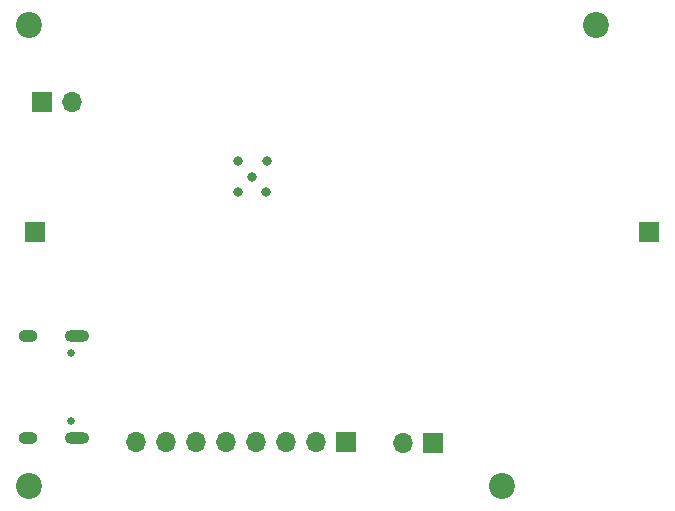
<source format=gbs>
G04 #@! TF.GenerationSoftware,KiCad,Pcbnew,(7.0.0-0)*
G04 #@! TF.CreationDate,2023-03-01T12:49:35+00:00*
G04 #@! TF.ProjectId,winch-link,77696e63-682d-46c6-996e-6b2e6b696361,rev?*
G04 #@! TF.SameCoordinates,Original*
G04 #@! TF.FileFunction,Soldermask,Bot*
G04 #@! TF.FilePolarity,Negative*
%FSLAX46Y46*%
G04 Gerber Fmt 4.6, Leading zero omitted, Abs format (unit mm)*
G04 Created by KiCad (PCBNEW (7.0.0-0)) date 2023-03-01 12:49:35*
%MOMM*%
%LPD*%
G01*
G04 APERTURE LIST*
%ADD10R,1.700000X1.700000*%
%ADD11C,2.200000*%
%ADD12O,1.700000X1.700000*%
%ADD13C,0.800000*%
%ADD14C,0.650000*%
%ADD15O,2.100000X1.000000*%
%ADD16O,1.600000X1.000000*%
G04 APERTURE END LIST*
D10*
X162878679Y-102878679D03*
D11*
X158378680Y-85378680D03*
D10*
X110878679Y-102878679D03*
X144590710Y-120716920D03*
D12*
X142050710Y-120716920D03*
D11*
X110378680Y-85378680D03*
D13*
X128032116Y-99490863D03*
X128070405Y-96886446D03*
X129250000Y-98210000D03*
X130471675Y-99478157D03*
X130497087Y-96911539D03*
D11*
X110378680Y-124378680D03*
X150378680Y-124378680D03*
D10*
X111514284Y-91853679D03*
D12*
X114054284Y-91853679D03*
D14*
X113933680Y-113095517D03*
X113933680Y-118875517D03*
D15*
X114463679Y-111665516D03*
D16*
X110283679Y-111665516D03*
D15*
X114463679Y-120305516D03*
D16*
X110283679Y-120305516D03*
D10*
X137253679Y-120636052D03*
D12*
X134713679Y-120636052D03*
X132173679Y-120636052D03*
X129633679Y-120636052D03*
X127093679Y-120636052D03*
X124553679Y-120636052D03*
X122013679Y-120636052D03*
X119473679Y-120636052D03*
M02*

</source>
